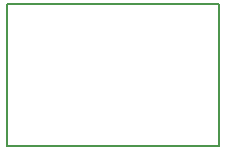
<source format=gbr>
%TF.GenerationSoftware,KiCad,Pcbnew,7.0.10*%
%TF.CreationDate,2024-06-03T15:36:03+09:00*%
%TF.ProjectId,JUICEJACK-DEFENDER,4a554943-454a-4414-934b-2d444546454e,rev?*%
%TF.SameCoordinates,PX6422c40PY592b260*%
%TF.FileFunction,Profile,NP*%
%FSLAX46Y46*%
G04 Gerber Fmt 4.6, Leading zero omitted, Abs format (unit mm)*
G04 Created by KiCad (PCBNEW 7.0.10) date 2024-06-03 15:36:03*
%MOMM*%
%LPD*%
G01*
G04 APERTURE LIST*
%TA.AperFunction,Profile*%
%ADD10C,0.200000*%
%TD*%
G04 APERTURE END LIST*
D10*
X0Y0D02*
X0Y12000000D01*
X18000000Y0D02*
X0Y0D01*
X0Y12000000D02*
X18000000Y12000000D01*
X18000000Y12000000D02*
X18000000Y0D01*
M02*

</source>
